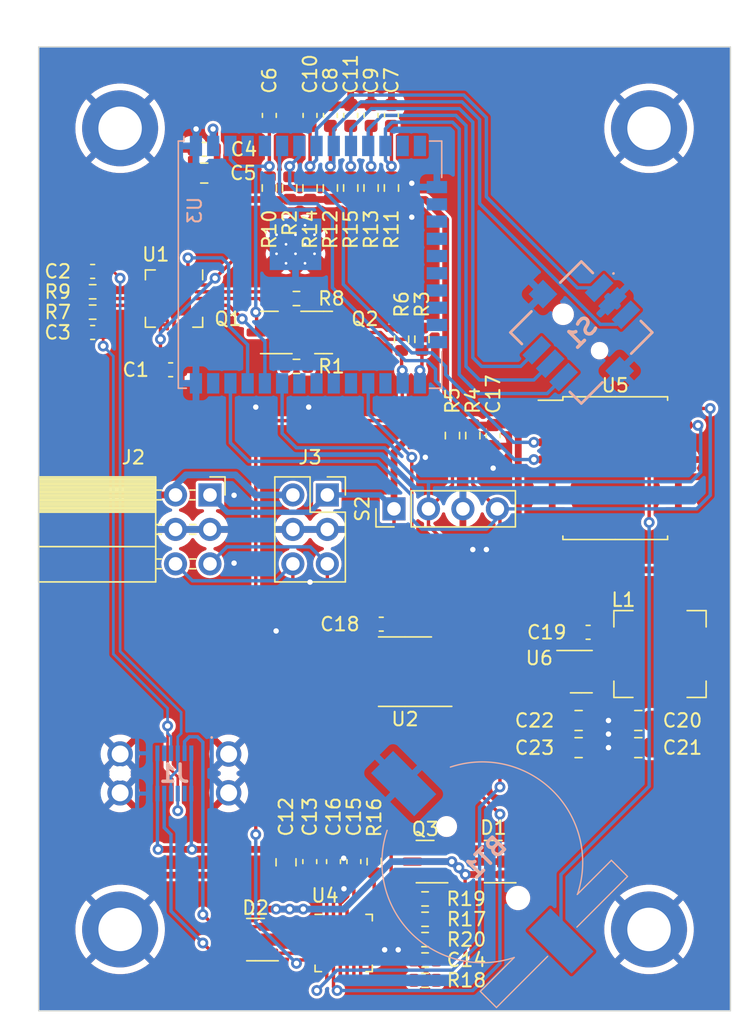
<source format=kicad_pcb>
(kicad_pcb (version 20221018) (generator pcbnew)
  (layers (0 "F.Cu" signal) (31 "B.Cu" signal) (34 "B.Paste" user) (35 "F.Paste" user) (36 "B.SilkS" user "B.Silkscreen") (37 "F.SilkS" user "F.Silkscreen") (38 "B.Mask" user) (39 "F.Mask" user) (44 "Edge.Cuts" user))
  (net 0 "")
  (net 1 "/RTC_VBAT")
  (net 2 "GND")
  (net 3 "+3V3")
  (net 4 "/D+")
  (net 5 "/D-")
  (net 6 "/EN")
  (net 7 "/SW_DN")
  (net 8 "/SW_BACK")
  (net 9 "/SW_CENTER")
  (net 10 "/SW_UP")
  (net 11 "/SW_ENTER")
  (net 12 "VBUS")
  (net 13 "Vdrive")
  (net 14 "Net-(C14-Pad2)")
  (net 15 "Net-(U4-VREG_1V2)")
  (net 16 "Net-(U4-VREG_2V7)")
  (net 17 "Net-(U6-BST)")
  (net 18 "Net-(U6-SW)")
  (net 19 "/CC1")
  (net 20 "/CC2")
  (net 23 "/RS485_A")
  (net 24 "/RS485_B")
  (net 25 "Net-(Q1-B)")
  (net 26 "/RTS")
  (net 27 "Net-(Q2-B)")
  (net 28 "/DTR")
  (net 29 "/IO0")
  (net 30 "Net-(Q3-G)")
  (net 31 "/RTC_INT")
  (net 32 "/SCL")
  (net 33 "/SDA")
  (net 34 "/STUSB_RESET")
  (net 35 "Net-(U1-USBDM)")
  (net 36 "Net-(U1-USBDP)")
  (net 37 "/VBUS_DISCH")
  (net 38 "/VDRIVE_DISCH")
  (net 39 "Net-(U4-VBUS_EN_SNK)")
  (net 40 "/FT_RX")
  (net 49 "/FT_TX")
  (net 51 "/DISPLAY_RX")
  (net 54 "/RTC_RESET")
  (footprint "Resistor_SMD:R_0603_1608Metric" (layer "F.Cu") (at 119 47.5)
    (fp_text reference "R8")
    (fp_text value "10k")
  )
  (footprint "Resistor_SMD:R_0603_1608Metric" (layer "F.Cu") (at 128.48125 93.25 180)
    (fp_text reference "R17")
    (fp_text value "100k")
  )
  (footprint "Capacitor_SMD:C_0603_1608Metric" (layer "F.Cu") (at 103.975 45.5 180)
    (fp_text reference "C2")
    (fp_text value "47p")
  )
  (footprint "Connector_PinHeader_2.54mm:PinHeader_1x04_P2.54mm_Vertical" (layer "F.Cu") (at 126.19 63 90)
    (fp_text reference "S2")
    (fp_text value "AHT20")
  )
  (footprint "Resistor_SMD:R_0603_1608Metric" (layer "F.Cu") (at 126 39.35 90)
    (fp_text reference "R11")
    (fp_text value "10k")
  )
  (footprint "MountingHole:MountingHole_3.2mm_M3_DIN965_Pad" (layer "F.Cu") (at 106 94)
    (fp_text reference "H3" hide)
    (fp_text value "MountingHole_Pad" hide)
  )
  (footprint "Resistor_SMD:R_0603_1608Metric" (layer "F.Cu") (at 118.5 39.35 90)
    (fp_text reference "R2")
    (fp_text value "10k")
  )
  (footprint "Capacitor_SMD:C_0603_1608Metric" (layer "F.Cu") (at 112.2 36.5 180)
    (fp_text reference "C4")
    (fp_text value "100n")
  )
  (footprint "Connector_PinSocket_2.54mm:PinSocket_2x03_P2.54mm_Horizontal" (layer "F.Cu") (at 112.625 61.975)
    (fp_text reference "J2")
    (fp_text value "BHR-06")
  )
  (footprint "Package_TO_SOT_SMD:SOT-23" (layer "F.Cu") (at 117 50 180)
    (fp_text reference "Q1")
    (fp_text value "BC817")
  )
  (footprint "Resistor_SMD:R_0603_1608Metric" (layer "F.Cu") (at 126.75 50.5 90)
    (fp_text reference "R6")
    (fp_text value "10k")
  )
  (footprint "Capacitor_SMD:C_0805_2012Metric" (layer "F.Cu") (at 118.23125 89.05 -90)
    (fp_text reference "C12")
    (fp_text value "4.7u")
  )
  (footprint "Capacitor_SMD:C_0603_1608Metric" (layer "F.Cu") (at 124.5 34 90)
    (fp_text reference "C9")
    (fp_text value "100n")
  )
  (footprint "Capacitor_SMD:C_0805_2012Metric" (layer "F.Cu") (at 144.2 80.6 180)
    (fp_text reference "C21")
    (fp_text value "22u")
  )
  (footprint "Resistor_SMD:R_0603_1608Metric" (layer "F.Cu") (at 130.5 57.6 -90)
    (fp_text reference "R5")
    (fp_text value "1k")
  )
  (footprint "Resistor_SMD:R_0603_1608Metric" (layer "F.Cu") (at 120 39.35 90)
    (fp_text reference "R14")
    (fp_text value "10k")
  )
  (footprint "Resistor_SMD:R_0603_1608Metric" (layer "F.Cu") (at 128.48125 94.75)
    (fp_text reference "R20")
    (fp_text value "22k")
  )
  (footprint "Capacitor_SMD:C_0805_2012Metric" (layer "F.Cu") (at 144.2 78.6 180)
    (fp_text reference "C20")
    (fp_text value "22u")
  )
  (footprint "Connector_PinSocket_2.54mm:PinSocket_2x03_P2.54mm_Vertical" (layer "F.Cu") (at 121.275 61.975)
    (fp_text reference "J3")
    (fp_text value "SFH11")
  )
  (footprint "Package_SO:SOIC-8_3.9x4.9mm_P1.27mm" (layer "F.Cu") (at 127 75 180)
    (fp_text reference "U2")
    (fp_text value "THVD1420D")
  )
  (footprint "Resistor_SMD:R_0603_1608Metric" (layer "F.Cu") (at 117 39.35 90)
    (fp_text reference "R10")
    (fp_text value "10k")
  )
  (footprint "Package_TO_SOT_SMD:SOT-23" (layer "F.Cu") (at 128.48125 89 180)
    (fp_text reference "Q3")
    (fp_text value "DMP3099")
  )
  (footprint "Resistor_SMD:R_0603_1608Metric" (layer "F.Cu") (at 121.5 39.35 90)
    (fp_text reference "R12")
    (fp_text value "10k")
  )
  (footprint "Resistor_SMD:R_0603_1608Metric" (layer "F.Cu") (at 124.5 39.35 90)
    (fp_text reference "R13")
    (fp_text value "10k")
  )
  (footprint "Package_DFN_QFN:QFN-20-1EP_4x4mm_P0.5mm_EP2.5x2.5mm" (layer "F.Cu") (at 109.975 47.5 -90)
    (fp_text reference "U1")
    (fp_text value "FT231XQ")
  )
  (footprint "MountingHole:MountingHole_3.2mm_M3_DIN965_Pad" (layer "F.Cu") (at 144.99 34.95)
    (fp_text reference "H2" hide)
    (fp_text value "MountingHole_Pad" hide)
  )
  (footprint "Capacitor_SMD:C_0603_1608Metric" (layer "F.Cu") (at 123 34 90)
    (fp_text reference "C11")
    (fp_text value "100n")
  )
  (footprint "Capacitor_SMD:C_0603_1608Metric" (layer "F.Cu") (at 121.73125 89 90)
    (fp_text reference "C16")
    (fp_text value "1u")
  )
  (footprint "Resistor_SMD:R_0603_1608Metric" (layer "F.Cu") (at 128.48125 96.25)
    (fp_text reference "C14")
    (fp_text value "100n")
  )
  (footprint "Package_SO:SOIC-16W_7.5x10.3mm_P1.27mm" (layer "F.Cu") (at 142.5 60)
    (fp_text reference "U5")
    (fp_text value "DS3231M")
  )
  (footprint "Package_TO_SOT_SMD:SOT-23" (layer "F.Cu") (at 121 50)
    (fp_text reference "Q2")
    (fp_text value "BC817")
  )
  (footprint "Package_TO_SOT_SMD:TSOT-23-6" (layer "F.Cu") (at 140 75)
    (fp_text reference "U6")
    (fp_text value "AP63203WU")
  )
  (footprint "Resistor_SMD:R_0603_1608Metric" (layer "F.Cu") (at 119 52.5 180)
    (fp_text reference "R1")
    (fp_text value "10k")
  )
  (footprint "Capacitor_SMD:C_0603_1608Metric" (layer "F.Cu") (at 117 34 90)
    (fp_text reference "C6")
    (fp_text value "1u")
  )
  (footprint "Capacitor_SMD:C_0603_1608Metric" (layer "F.Cu") (at 140.5 72.1)
    (fp_text reference "C19")
    (fp_text value "100n")
  )
  (footprint "Capacitor_SMD:C_0805_2012Metric" (layer "F.Cu") (at 139.8 78.6)
    (fp_text reference "C22")
    (fp_text value "4.7u")
  )
  (footprint "Package_TO_SOT_SMD:SOT-23" (layer "F.Cu") (at 133.5 89 180)
    (fp_text reference "D1")
    (fp_text value "MMBZ27")
  )
  (footprint "Capacitor_SMD:C_0805_2012Metric" (layer "F.Cu") (at 139.8 80.6)
    (fp_text reference "C23")
    (fp_text value "4.7u")
  )
  (footprint "Resistor_SMD:R_0603_1608Metric" (layer "F.Cu") (at 103.975001 48.5)
    (fp_text reference "R7")
    (fp_text value "27")
  )
  (footprint "Capacitor_SMD:C_0603_1608Metric" (layer "F.Cu") (at 125.25 71.5 180)
    (fp_text reference "C18")
    (fp_text value "100n")
  )
  (footprint "Capacitor_SMD:C_0603_1608Metric" (layer "F.Cu") (at 126 34 90)
    (fp_text reference "C7")
    (fp_text value "100n")
  )
  (footprint "Capacitor_SMD:C_0603_1608Metric" (layer "F.Cu") (at 133.5 57.6 -90)
    (fp_text reference "C17")
    (fp_text value "100n")
  )
  (footprint "Capacitor_SMD:C_0603_1608Metric" (layer "F.Cu") (at 121.5 34 90)
    (fp_text reference "C8")
    (fp_text value "100n")
  )
  (footprint "Resistor_SMD:R_0603_1608Metric" (layer "F.Cu") (at 128.48125 91.75 180)
    (fp_text reference "R19")
    (fp_text value "100")
  )
  (footprint "Package_TO_SOT_SMD:SOT-23" (layer "F.Cu") (at 115.98125 94.75 180)
    (fp_text reference "D2")
    (fp_text value "MMBZ27")
  )
  (footprint "Resistor_SMD:R_0603_1608Metric" (layer "F.Cu") (at 132 57.6 -90)
    (fp_text reference "R4")
    (fp_text value "1k")
  )
  (footprint "Inductor_SMD:L_Bourns-SRN6028" (layer "F.Cu") (at 145.8 73.7)
    (fp_text reference "L1")
    (fp_text value "3.9u")
  )
  (footprint "Package_DFN_QFN:QFN-24-1EP_4x4mm_P0.5mm_EP2.7x2.7mm" (layer "F.Cu") (at 122.48125 95)
    (fp_text reference "U4")
    (fp_text value "STUSB4500QTR")
  )
  (footprint "Resistor_SMD:R_0603_1608Metric" (layer "F.Cu") (at 128.25 50.5 -90)
    (fp_text reference "R3")
    (fp_text value "10k")
  )
  (footprint "Resistor_SMD:R_0603_1608Metric" (layer "F.Cu") (at 124.73125 89 -90)
    (fp_text reference "R16")
    (fp_text value "1k")
  )
  (footprint "Resistor_SMD:R_0603_1608Metric" (layer "F.Cu") (at 123 39.35 90)
    (fp_text reference "R15")
    (fp_text value "10k")
  )
  (footprint "Capacitor_SMD:C_0603_1608Metric" (layer "F.Cu") (at 123.23125 89 -90)
    (fp_text reference "C15")
    (fp_text value "1u")
  )
  (footprint "Capacitor_SMD:C_0603_1608Metric" (layer "F.Cu") (at 109.725 52.75)
    (fp_text reference "C1")
    (fp_text value "100n")
  )
  (footprint "Capacitor_SMD:C_0603_1608Metric" (layer "F.Cu") (at 120 34 90)
    (fp_text reference "C10")
    (fp_text value "100n")
  )
  (footprint "Resistor_SMD:R_0603_1608Metric" (layer "F.Cu") (at 103.975 46.999999)
    (fp_text reference "R9")
    (fp_text value "27")
  )
  (footprint "Capacitor_SMD:C_0603_1608Metric" (layer "F.Cu") (at 103.975 50 180)
    (fp_text reference "C3")
    (fp_text value "47p")
  )
  (footprint "Capacitor_SMD:C_0603_1608Metric" (layer "F.Cu") (at 119.98125 89 -90)
    (fp_text reference "C13")
    (fp_text value "1u")
  )
  (footprint "Resistor_SMD:R_0603_1608Metric" (layer "F.Cu") (at 128.48125 97.75 180)
    (fp_text reference "R18")
    (fp_text value "1k")
  )
  (footprint "Capacitor_SMD:C_0805_2012Metric" (layer "F.Cu") (at 112.2 38.25 180)
    (fp_text reference "C5")
    (fp_text value "22u")
  )
  (footprint "MountingHole:MountingHole_3.2mm_M3_DIN965_Pad" (layer "F.Cu") (at 144.99 94)
    (fp_text reference "H4" hide)
    (fp_text value "MountingHole_Pad" hide)
  )
  (footprint "MountingHole:MountingHole_3.2mm_M3_DIN965_Pad" (layer "F.Cu") (at 106 34.95)
    (fp_text reference "H1" hide)
    (fp_text value "MountingHole_Pad" hide)
  )
  (footprint "S8411-45:S8411-45" (layer "B.Cu") (at 132.7 89.05 -135)
    (fp_text reference "BT1")
    (fp_text value "CR2032" hide)
  )
  (footprint "TS12-74-60-BK-250-SMT-TR:TS127460BK250SMTTR" (layer "B.Cu") (at 140 50 -135)
    (fp_text reference "S1")
    (fp_text value "TS12-74-70-BK-250" hide)
  )
  (footprint "RF_Module:ESP32-WROOM-32UE" (layer "B.Cu") (at 120 45 -90)
    (fp_text reference "U3")
    (fp_text value "ESP32-WROOM-32UE")
  )
  (footprint "USB_4145:USB4145030230C" (layer "B.Cu") (at 110 82.5 180)
    (fp_text reference "J1")
    (fp_text value "USB4145-03-0230" hide)
  )
  (gr_rect locked (start 100 28.95) (end 150.99 100) (stroke (width 0.1)) (fill none) (layer "Edge.Cuts"))
  (segment (start 145 59) (end 145.905 58.095) (width 0.25) (layer "F.Cu") (net 1))
  (segment (start 145 64) (end 145 59) (width 0.25) (layer "F.Cu") (net 1))
  (segment (start 145.905 58.095) (end 147.15 58.095) (width 0.25) (layer "F.Cu") (net 1))
  (via (at 145 64) (size 0.8) (drill 0.4) (layers "F.Cu" "B.Cu") (net 1))
  (segment (start 145 83.45) (end 138.498276 89.951724) (width 0.25) (layer "B.Cu") (net 1))
  (segment (start 145 64) (end 145 83.45) (width 0.25) (layer "B.Cu") (net 1))
  (segment (start 138.498276 89.951724) (end 138.498276 94.848276) (width 0.25) (layer "B.Cu") (net 1))
  (segment (start 123.73125 96.25) (end 122.48125 95) (width 0.25) (layer "F.Cu") (net 2))
  (segment (start 122.23125 93.0375) (end 122.23125 94.75) (width 0.25) (layer "F.Cu") (net 2))
  (segment (start 122.23125 94.75) (end 122.48125 95) (width 0.25) (layer "F.Cu") (net 2))
  (segment (start 122.73125 96.9625) (end 122.73125 95.25) (width 0.25) (layer "F.Cu") (net 2))
  (segment (start 124.44375 96.25) (end 123.73125 96.25) (width 0.25) (layer "F.Cu") (net 2))
  (segment (start 122.73125 95.25) (end 122.48125 95) (width 0.25) (layer "F.Cu") (net 2))
  (segment (start 123.73125 96.9625) (end 123.73125 96.25) (width 0.25) (layer "F.Cu") (net 2))
  (via (at 127.5 39) (size 0.8) (drill 0.4) (layers "F.Cu" "B.Cu") (net 2))
  (via (at 120 68.4) (size 0.8) (drill 0.4) (layers "F.Cu" "B.Cu") (net 2))
  (via (at 142 78.6) (size 0.8) (drill 0.4) (layers "F.Cu" "B.Cu") (net 2))
  (via (at 122.5 91) (size 0.8) (drill 0.4) (layers "F.Cu" "B.Cu") (net 2))
  (via (at 114.4 67) (size 0.8) (drill 0.4) (layers "F.Cu" "B.Cu") (net 2))
  (via (at 142 80.6) (size 0.8) (drill 0.4) (layers "F.Cu" "B.Cu") (net 2))
  (via (at 142 79.6) (size 0.8) (drill 0.4) (layers "F.Cu" "B.Cu") (net 2))
  (via (at 117.5 72) (size 0.8) (drill 0.4) (layers "F.Cu" "B.Cu") (net 2))
  (via (at 126.5 95.5) (size 0.8) (drill 0.4) (layers "F.Cu" "B.Cu") (net 2))
  (via (at 116 55.5) (size 0.8) (drill 0.4) (layers "F.Cu" "B.Cu") (net 2))
  (via (at 128.5 59.2) (size 0.8) (drill 0.4) (layers "F.Cu" "B.Cu") (net 2))
  (via (at 127.5 41.5) (size 0.8) (drill 0.4) (layers "F.Cu" "B.Cu") (net 2))
  (via (at 125.5 95.5) (size 0.8) (drill 0.4) (layers "F.Cu" "B.Cu") (net 2))
  (via (at 133 66) (size 0.8) (drill 0.4) (layers "F.Cu" "B.Cu") (net 2))
  (via (at 114.4 62) (size 0.8) (drill 0.4) (layers "F.Cu" "B.Cu") (net 2))
  (via (at 111.6 35) (size 0.8) (drill 0.4) (layers "F.Cu" "B.Cu") (net 2))
  (via (at 133.5 60) (size 0.8) (drill 0.4) (layers "F.Cu" "B.Cu") (net 2))
  (via (at 122.48125 88.75) (size 0.8) (drill 0.4) (layers "F.Cu" "B.Cu") (net 2))
  (via (at 119.9 55.5) (size 0.8) (drill 0.4) (layers "F.Cu" "B.Cu") (net 2))
  (via (at 132 66) (size 0.8) (drill 0.4) (layers "F.Cu" "B.Cu") (net 2))
  (segment (start 145.15 80.6) (end 145.15 78.6) (width 0.5) (layer "F.Cu") (net 3))
  (segment (start 146.55 67.5) (end 138.75 67.5) (width 0.5) (layer "F.Cu") (net 3))
  (segment (start 137.5 67.5) (end 135.35 65.35) (width 0.5) (layer "F.Cu") (net 3))
  (segment (start 137.85 56.825) (end 130.475 56.825) (width 0.5) (layer "F.Cu") (net 3))
  (segment (start 113.15 38.25) (end 113.15 36.675) (width 0.5) (layer "F.Cu") (net 3))
  (segment (start 145.15 78.6) (end 148.15 75.6) (width 0.5) (layer "F.Cu") (net 3))
  (segment (start 112.975 35.125) (end 112.85 35) (width 0.5) (layer "F.Cu") (net 3))
  (segment (start 113 46) (end 112.5 46.5) (width 0.25) (layer "F.Cu") (net 3))
  (segment (start 126.025 71.5) (end 126.19 71.335) (width 0.25) (layer "F.Cu") (net 3))
  (segment (start 129.475 75.635) (end 129.475 75) (width 0.25) (layer "F.Cu") (net 3))
  (segment (start 108.0375 49.0125) (end 108.0375 48.5) (width 0.25) (layer "F.Cu") (net 3))
  (segment (start 129.975 49.675) (end 130 49.7) (width 0.25) (layer "F.Cu") (net 3))
  (segment (start 130 55) (end 130 49.7) (width 0.5) (layer "F.Cu") (net 3))
  (segment (start 138.75 67.5) (end 137.5 67.5) (width 0.5) (layer "F.Cu") (net 3))
  (segment (start 130 41.7) (end 128.5 40.2) (width 0.5) (layer "F.Cu") (net 3))
  (segment (start 129.325 55.675) (end 130.425 56.775) (width 0.5) (layer "F.Cu") (net 3))
  (segment (start 108.975 52.725) (end 108.95 52.75) (width 0.25) (layer "F.Cu") (net 3))
  (segment (start 148.15 69.1) (end 146.55 67.5) (width 0.5) (layer "F.Cu") (net 3))
  (segment (start 113 46) (end 115.1 43.9) (width 0.25) (layer "F.Cu") (net 3))
  (segment (start 126.025 76.379999) (end 126.025 75) (width 0.25) (layer "F.Cu") (net 3))
  (segment (start 135.35 65.35) (end 135.35 56.825) (width 0.5) (layer "F.Cu") (net 3))
  (segment (start 138.8625 74.05) (end 138.8625 67.6125) (width 0.25) (layer "F.Cu") (net 3))
  (segment (start 113.15 36.675) (end 112.975 36.5) (width 0.5) (layer "F.Cu") (net 3))
  (segment (start 126.19 58.81) (end 129.325 55.675) (width 0.5) (layer "F.Cu") (net 3))
  (segment (start 112.5 46.5) (end 111.9125 46.5) (width 0.25) (layer "F.Cu") (net 3))
  (segment (start 108.4625 49.4375) (end 108.0375 49.0125) (width 0.25) (layer "F.Cu") (net 3))
  (segment (start 128.5 40.2) (end 115.1 40.2) (width 0.5) (layer "F.Cu") (net 3))
  (segment (start 148.15 75.6) (end 148.15 73.7) (width 0.5) (layer "F.Cu") (net 3))
  (segment (start 126.025 75) (end 126.025 71.5) (width 0.25) (layer "F.Cu") (net 3))
  (segment (start 126.19 63) (end 126.19 58.81) (width 0.5) (layer "F.Cu") (net 3))
  (segment (start 129.475 75) (end 126.025 75) (width 0.25) (layer "F.Cu") (net 3))
  (segment (start 138.8625 67.6125) (end 138.75 67.5) (width 0.25) (layer "F.Cu") (net 3))
  (segment (start 109.475 49.4375) (end 108.975 49.4375) (width 0.25) (layer "F.Cu") (net 3))
  (segment (start 115.1 40.2) (end 113.15 38.25) (width 0.5) (layer "F.Cu") (net 3))
  (segment (start 148.15 73.7) (end 148.15 69.1) (width 0.5) (layer "F.Cu") (net 3))
  (segment (start 126.19 71.335) (end 126.19 63) (width 0.25) (layer "F.Cu") (net 3))
  (segment (start 129.325 55.675) (end 130 55) (width 0.5) (layer "F.Cu") (net 3))
  (segment (start 112.975 36.5) (end 112.975 35.125) (width 0.5) (layer "F.Cu") (net 3))
  (segment (start 124.525 76.905) (end 125.499998 76.905) (width 0.25) (layer "F.Cu") (net 3))
  (segment (start 130.425 56.775) (end 130.5 56.775) (width 0.5) (layer "F.Cu") (net 3))
  (segment (start 108.975 49.4375) (end 108.4625 49.4375) (width 0.25) (layer "F.Cu") (net 3))
  (segment (start 128.25 49.675) (end 129.975 49.675) (width 0.25) (layer "F.Cu") (net 3))
  (segment (start 108.975 49.4375) (end 108.975 52.725) (width 0.25) (layer "F.Cu") (net 3))
  (segment (start 125.499998 76.905) (end 126.025 76.379999) (width 0.25) (layer "F.Cu") (net 3))
  (segment (start 115.1 43.9) (end 115.1 40.2) (width 0.25) (layer "F.Cu") (net 3))
  (segment (start 129.475 75) (end 129.475 74.365) (width 0.25) (layer "F.Cu") (net 3))
  (segment (start 130 49.7) (end 130 41.7) (width 0.5) (layer "F.Cu") (net 3))
  (via (at 108.975 50.5) (size 0.8) (drill 0.4) (layers "F.Cu" "B.Cu") (net 3))
  (via (at 113 46) (size 0.8) (drill 0.4) (layers "F.Cu" "B.Cu") (net 3))
  (via (at 112.85 35) (size 0.8) (drill 0.4) (layers "F.Cu" "B.Cu") (net 3))
  (segment (start 108.975 50.5) (end 108.975 50.025) (width 0.25) (layer "B.Cu") (net 3))
  (segment (start 113.9 63.25) (end 120 63.25) (width 0.4) (layer "B.Cu") (net 3))
  (segment (start 121.275 61.975) (end 125.165 61.975) (width 0.4) (layer "B.Cu") (net 3))
  (segment (start 112.85 35) (end 112.85 36.24) (width 0.5) (layer "B.Cu") (net 3))
  (segment (start 112.625 61.975) (end 113.9 63.25) (width 0.4) (layer "B.Cu") (net 3))
  (segment (start 108.975 50.025) (end 113 46) (width 0.25) (layer "B.Cu") (net 3))
  (segment (start 125.165 61.975) (end 126.19 63) (width 0.4) (layer "B.Cu") (net 3))
  (segment (start 112.85 36.24) (end 112.86 36.25) (width 0.5) (layer "B.Cu") (net 3))
  (segment (start 120 63.25) (end 121.275 61.975) (width 0.4) (layer "B.Cu") (net 3))
  (segment (start 103.250001 46.999999) (end 104.75 45.5) (width 0.2) (layer "F.Cu") (net 4))
  (segment (start 105.5 45.5) (end 106 46) (width 0.2) (layer "F.Cu") (net 4))
  (segment (start 103.15 46.999999) (end 103.250001 46.999999) (width 0.2) (layer "F.Cu") (net 4))
  (segment (start 104.75 45.5) (end 105.5 45.5) (width 0.2) (layer "F.Cu") (net 4))
  (via (at 106 46) (size 0.8) (drill 0.4) (layers "F.Cu" "B.Cu") (net 4))
  (segment (start 106 46) (end 106 73.5) (width 0.2) (layer "B.Cu") (net 4))
  (segment (start 110.25 82.25) (end 109.75 82.75) (width 0.2) (layer "B.Cu") (net 4))
  (segment (start 110.25 81.015) (end 110.25 82.25) (width 0.2) (layer "B.Cu") (net 4))
  (segment (start 109.75 82.75) (end 109.75 83.985) (width 0.2) (layer "B.Cu") (net 4))
  (segment (start 106 73.5) (end 110.5 78) (width 0.2) (layer "B.Cu") (net 4))
  (segment (start 110.5 79.55) (end 110.25 79.8) (width 0.2) (layer "B.Cu") (net 4))
  (segment (start 110.5 79) (end 110.5 79.55) (width 0.2) (layer "B.Cu") (net 4))
  (segment (start 110.5 78) (end 110.5 79) (width 0.2) (layer "B.Cu") (net 4))
  (segment (start 110.25 79.8) (end 110.25 81.015) (width 0.2) (layer "B.Cu") (net 4))
  (segment (start 109.5 79) (end 109.5 82) (width 0.2) (layer "F.Cu") (net 5))
  (segment (start 104.75 50) (end 104.75 51) (width 0.2) (layer "F.Cu") (net 5))
  (segment (start 103.150001 48.5) (end 103.25 48.5) (width 0.2) (layer "F.Cu") (net 5))
  (segment (start 103.25 48.5) (end 104.75 50) (width 0.2) (layer "F.Cu") (net 5))
  (segment (start 109.5 82) (end 110.25 82.75) (width 0.2) (layer "F.Cu") (net 5))
  (segment (start 110.25 82.75) (end 110.25 85.25) (width 0.2) (layer "F.Cu") (net 5))
  (via (at 104.75 51) (size 0.8) (drill 0.4) (layers "F.Cu" "B.Cu") (net 5))
  (via (at 110.25 85.25) (size 0.8) (drill 0.4) (layers "F.Cu" "B.Cu") (net 5))
  (via (at 109.5 79) (size 0.8) (drill 0.4) (layers "F.Cu" "B.Cu") (net 5))
  (segment (start 109.75 79.8) (end 109.75 81.015) (width 0.2) (layer "B.Cu") (net 5))
  (segment (start 109.5 79) (end 109.5 79.55) (width 0.2) (layer "B.Cu") (net 5))
  (segment (start 105.5 73.7) (end 109.5 77.7) (width 0.2) (layer "B.Cu") (net 5))
  (segment (start 109.5 79.55) (end 109.75 79.8) (width 0.2) (layer "B.Cu") (net 5))
  (segment (start 104.75 51) (end 105.5 51.75) (width 0.2) (layer "B.Cu") (net 5))
  (segment (start 110.25 85.25) (end 110.25 83.985) (width 0.2) (layer "B.Cu") (net 5))
  (segment (start 109.5 77.7) (end 109.5 79) (width 0.2) (layer "B.Cu") (net 5))
  (segment (start 105.5 51.75) (end 105.5 73.7) (width 0.2) (layer "B.Cu") (net 5))
  (segment (start 117 38.525) (end 117 37.75) (width 0.25) (layer "F.Cu") (net 6))
  (segment (start 117 37.75) (end 117 34.775) (width 0.25) (layer "F.Cu") (net 6))
  (segment (start 116.0625 50) (end 116.0625 48.5625) (width 0.25) (layer "F.Cu") (net 6))
  (segment (start 116.0625 48.5625) (end 116 48.5) (width 0.25) (layer "F.Cu") (net 6))
  (via (at 116 48.5) (size 0.8) (drill 0.4) (layers "F.Cu" "B.Cu") (net 6))
  (via (at 117 37.75) (size 0.8) (drill 0.4) (layers "F.Cu" "B.Cu") (net 6))
  (segment (start 114.63 37.75) (end 114.13 37.25) (width 0.25) (layer "B.Cu") (net 6))
  (segment (start 114.13 37.25) (end 114.13 36.25) (width 0.25) (layer "B.Cu") (net 6))
  (segment (start 116 48.5) (end 116 37.75) (width 0.25) (layer "B.Cu") (net 6))
  (segment (start 117 37.75) (end 116 37.75) (width 0.25) (layer "B.Cu") (net 6))
  (segment (start 116 37.75) (end 114.63 37.75) (width 0.25) (layer "B.Cu") (net 6))
  (segment (start 126 37.75) (end 126 34.725) (width 0.25) (layer "F.Cu") (net 7))
  (segment (start 126 38.525) (end 126 37.75) (width 0.25) (layer "F.Cu") (net 7))
  (via (at 126 37.75) (size 0.8) (drill 0.4) (layers "F.Cu" "B.Cu") (net 7))
  (segment (start 126.05 34.5) (end 125.56 34.99) (width 0.25) (layer "B.Cu") (net 7))
  (segment (start 125.56 37.31) (end 125.56 36.25) (width 0.25) (layer "B.Cu") (net 7))
  (segment (start 131 35) (end 130.5 34.5) (width 0.25) (layer "B.Cu") (net 7))
  (segment (start 132.4 54.5) (end 131 53.1) (width 0.25) (layer "B.Cu") (net 7))
  (segment (start 138.691852 53.288047) (end 137.479899 54.5) (width 0.25) (layer "B.Cu") (net 7))
  (segment (start 137.479899 54.5) (end 132.4 54.5) (width 0.25) (layer "B.Cu") (net 7))
  (segment (start 131 53.1) (end 131 35) (width 0.25) (layer "B.Cu") (net 7))
  (segment (start 126 37.75) (end 125.56 37.31) (width 0.25) (layer "B.Cu") (net 7))
  (segment (start 130.5 34.5) (end 126.05 34.5) (width 0.25) (layer "B.Cu") (net 7))
  (segment (start 125.56 34.99) (end 125.56 36.25) (width 0.25) (layer "B.Cu") (net 7))
  (segment (start 121.5 38.525) (end 121.5 37.75) (width 0.25) (layer "F.Cu") (net 8))
  (segment (start 121.5 37.75) (end 121.5 34.725) (width 0.25) (layer "F.Cu") (net 8))
  (via (at 121.5 37.75) (size 0.8) (drill 0.4) (layers "F.Cu" "B.Cu") (net 8))
  (segment (start 121.75 37.5) (end 121.75 36.25) (width 0.25) (layer "B.Cu") (net 8))
  (segment (start 131.2 33) (end 123.75 33) (width 0.25) (layer "B.Cu") (net 8))
  (segment (start 132.5 40.5) (end 132.5 34.3) (width 0.25) (layer "B.Cu") (net 8))
  (segment (start 121.75 35) (end 121.75 36.25) (width 0.25) (layer "B.Cu") (net 8))
  (segment (start 132.5 34.3) (end 131.2 33) (width 0.25) (layer "B.Cu") (net 8))
  (segment (start 142.58094 49.398959) (end 141.398959 49.398959) (width 0.25) (layer "B.Cu") (net 8))
  (segment (start 123.75 33) (end 121.75 35) (width 0.25) (layer "B.Cu") (net 8))
  (segment (start 141.398959 49.398959) (end 132.5 40.5) (width 0.25) (layer "B.Cu") (net 8))
  (segment (start 143.288047 48.691852) (end 142.58094 49.398959) (width 0.25) (layer "B.Cu") (net 8))
  (segment (start 121.5 37.75) (end 121.75 37.5) (width 0.25) (layer "B.Cu") (net 8))
  (segment (start 124.5 37.75) (end 124.5 34.725) (width 0.25) (layer "F.Cu") (net 9))
  (segment (start 124.5 38.525) (end 124.5 37.75) (width 0.25) (layer "F.Cu") (net 9))
  (via (at 124.5 37.75) (size 0.8) (drill 0.4) (layers "F.Cu" "B.Cu") (net 9))
  (segment (start 124.29 35.01) (end 124.29 36.25) (width 0.25) (layer "B.Cu") (net 9))
  (segment (start 124.5 37.75) (end 124.5 36.46) (width 0.25) (layer "B.Cu") (net 9))
  (segment (start 131.5 52.5) (end 131.5 34.75) (width 0.25) (layer "B.Cu") (net 9))
  (segment (start 125.3 34) (end 124.29 35.01) (width 0.25) (layer "B.Cu") (net 9))
  (segment (start 136.5 53.5) (end 132.5 53.5) (width 0.25) (layer "B.Cu") (net 9))
  (segment (start 124.5 36.46) (end 124.29 36.25) (width 0.25) (layer "B.Cu") (net 9))
  (segment (start 131.5 34.75) (end 130.75 34) (width 0.25) (layer "B.Cu") (net 9))
  (segment (start 130.75 34) (end 125.3 34) (width 0.25) (layer "B.Cu") (net 9))
  (segment (start 132.5 53.5) (end 131.5 52.5) (width 0.25) (layer "B.Cu") (net 9))
  (segment (start 137.701903 52.298097) (end 136.5 53.5) (width 0.25) (layer "B.Cu") (net 9))
  (segment (start 120 37.75) (end 120 34.725) (width 0.25) (layer "F.Cu") (net 10))
  (segment (start 120 38.525) (end 120 37.75) (width 0.25) (layer "F.Cu") (net 10))
  (via (at 120 37.75) (size 0.8) (drill 0.4) (layers "F.Cu" "B.Cu") (net 10))
  (segment (start 120.48 35.02) (end 120.48 36.25) (width 0.25) (layer "B.Cu") (net 10))
  (segment (start 120 37.75) (end 120.48 37.27) (width 0.25) (layer "B.Cu") (net 10))
  (segment (start 141.308148 46.711953) (end 139.711953 46.711953) (width 0.25) (layer "B.Cu") (net 10))
  (segment (start 139.711953 46.711953) (end 133 40) (width 0.25) (layer "B.Cu") (net 10))
  (segment (start 133 34.163604) (end 131.336396 32.5) (width 0.25) (layer "B.Cu") (net 10))
  (segment (start 120.48 37.27) (end 120.48 36.25) (width 0.25) (layer "B.Cu") (net 10))
  (segment (start 133 40) (end 133 34.163604) (width 0.25) (layer "B.Cu") (net 10))
  (segment (start 131.336396 32.5) (end 123 32.5) (width 0.25) (layer "B.Cu") (net 10))
  (segment (start 123 32.5) (end 120.48 35.02) (width 0.25) (layer "B.Cu") (net 10))
  (segment (start 123 37.75) (end 123 34.725) (width 0.25) (layer "F.Cu") (net 11))
  (segment (start 123 38.525) (end 123 37.75) (width 0.25) (layer "F.Cu") (net 11))
  (via (at 123 37.75) (size 0.8) (drill 0.4) (layers "F.Cu" "B.Cu") (net 11))
  (segment (start 132.65 52.5) (end 132 51.85) (width 0.25) (layer "B.Cu") (net 11))
  (segment (start 131 33.5) (end 124.52 33.5) (width 0.25) (layer "B.Cu") (net 11))
  (segment (start 123 36.27) (end 123.02 36.25) (width 0.25) (layer "B.Cu") (net 11))
  (segment (start 124.52 33.5) (end 123.02 35) (width 0.25) (layer "B.Cu") (net 11))
  (segment (start 123 37.75) (end 123 36.27) (width 0.25) (layer "B.Cu") (net 11))
  (segment (start 132 34.5) (end 131 33.5) (width 0.25) (layer "B.Cu") (net 11))
  (segment (start 123.02 35) (end 123.02 36.25) (width 0.25) (layer "B.Cu") (net 11))
  (segment (start 135.520101 52.5) (end 132.65 52.5) (width 0.25) (layer "B.Cu") (net 11))
  (segment (start 132 51.85) (end 132 34.5) (width 0.25) (layer "B.Cu") (net 11))
  (segment (start 136.711953 51.308148) (end 135.520101 52.5) (width 0.25) (layer "B.Cu") (net 11))
  (segment (start 129.41875 88.05) (end 134.41875 88.05) (width 0.5) (layer "F.Cu") (net 12))
  (segment (start 120.83125 87.25) (end 124.68125 87.25) (width 0.5) (layer "F.Cu") (net 12))
  (segment (start 124.73125 87.3) (end 124.68125 87.25) (width 0.25) (layer "F.Cu") (net 12))
  (segment (start 138.85 78.6) (end 138.85 75.9625) (width 0.5) (layer "F.Cu") (net 12))
  (segment (start 124.73125 88.175) (end 124.73125 87.3) (width 0.25) (layer "F.Cu") (net 12))
  (segment (start 119.98125 88.1) (end 118.23125 88.1) (width 0.5) (layer "F.Cu") (net 12))
  (segment (start 120.83125 89.075) (end 119.98125 88.225) (width 0.25) (layer "F.Cu") (net 12))
  (segment (start 125.98125 87.25) (end 128.63125 87.25) (width 0.5) (layer "F.Cu") (net 12))
  (segment (start 120.83125 90.85) (end 120.83125 89.075) (width 0.25) (layer "F.Cu") (net 12))
  (segment (start 124.68125 87.25) (end 125.98125 87.25) (width 0.5) (layer "F.Cu") (net 12))
  (segment (start 125.98125 92.7) (end 125.98125 87.25) (width 0.25) (layer "F.Cu") (net 12))
  (segment (start 138.85 87.05) (end 138.85 80.6) (width 0.5) (layer "F.Cu") (net 12))
  (segment (start 138.85 80.6) (end 138.85 78.6) (width 0.5) (layer "F.Cu") (net 12))
  (segment (start 138.85 75.9625) (end 138.8625 75.95) (width 0.5) (layer "F.Cu") (net 12))
  (segment (start 134.4375 88.05) (end 137.85 88.05) (width 0.5) (layer "F.Cu") (net 12))
  (segment (start 138.8625 75.95) (end 138.8625 75) (width 0.25) (layer "F.Cu") (net 12))
  (segment (start 127.65625 93.25) (end 126.53125 93.25) (width 0.25) (layer "F.Cu") (net 12))
  (segment (start 121.23125 93.0375) (end 121.23125 91.25) (width 0.25) (layer "F.Cu") (net 12))
  (segment (start 128.63125 87.25) (end 129.41875 88.0375) (width 0.5) (layer "F.Cu") (net 12))
  (segment (start 129.41875 88.0375) (end 129.41875 88.05) (width 0.25) (layer "F.Cu") (net 12))
  (segment (start 111.3 88.1) (end 108.8 88.1) (width 0.5) (layer "F.Cu") (net 12))
  (segment (start 137.85 88.05) (end 138.85 87.05) (width 0.5) (layer "F.Cu") (net 12))
  (segment (start 121.23125 91.25) (end 120.83125 90.85) (width 0.25) (layer "F.Cu") (net 12))
  (segment (start 118.23125 88.1) (end 111.3 88.1) (width 0.5) (layer "F.Cu") (net 12))
  (segment (start 120.83125 87.25) (end 119.98125 88.1) (width 0.5) (layer "F.Cu") (net 12))
  (segment (start 126.53125 93.25) (end 125.98125 92.7) (width 0.25) (layer "F.Cu") (net 12))
  (via (at 108.8 88.1) (size 0.8) (drill 0.4) (layers "F.Cu" "B.Cu") (net 12))
  (via (at 111.3 88.1) (size 0.8) (drill 0.4) (layers "F.Cu" "B.Cu") (net 12))
  (segment (start 111.25 83.985) (end 111.25 88.05) (width 0.25) (layer "B.Cu") (net 12))
  (segment (start 108.75 81.015) (end 108.75 83.985) (width 0.25) (layer "B.Cu") (net 12))
  (segment (start 111.25 81.015) (end 111.25 83.985) (width 0.25) (layer "B.Cu") (net 12))
  (segment (start 108.75 88.05) (end 108.8 88.1) (width 0.25) (layer "B.Cu") (net 12))
  (segment (start 111.25 88.05) (end 111.3 88.1) (width 0.25) (layer "B.Cu") (net 12))
  (segment (start 108.75 83.985) (end 108.75 88.05) (width 0.25) (layer "B.Cu") (net 12))
  (segment (start 127.54375 89) (end 130.45 89) (width 0.5) (layer "F.Cu") (net 13))
  (segment (start 130.93125 89.45) (end 130.975 89.45) (width 0.5) (layer "F.Cu") (net 13))
  (segment (start 131.43125 97.25) (end 131.43125 89.95) (width 0.25) (layer "F.Cu") (net 13))
  (segment (start 104.925 61.975) (end 110.085 61.975) (width 0.5) (layer "F.Cu") (net 13))
  (segment (start 104 89) (end 104 62.9) (width 0.5) (layer "F.Cu") (net 13))
  (segment (start 115.5 92.5) (end 113 90) (width 0.5) (layer "F.Cu") (net 13))
  (segment (start 129.15625 97.75) (end 127.65625 96.25) (width 0.25) (layer "F.Cu") (net 13))
  (segment (start 113 90) (end 105 90) (width 0.5) (layer "F.Cu") (net 13))
  (segment (start 104 62.9) (end 104.925 61.975) (width 0.5) (layer "F.Cu") (net 13))
  (segment (start 129.30625 97.75) (end 130.93125 97.75) (width 0.25) (layer "F.Cu") (net 13))
  (segment (start 131.43125 89.95) (end 131.45 89.95) (width 0.5) (layer "F.Cu") (net 13))
  (segment (start 129.30625 97.75) (end 129.15625 97.75) (width 0.25) (layer "F.Cu") (net 13))
  (segment (start 105 90) (end 104 89) (width 0.5) (layer "F.Cu") (net 13))
  (segment (start 130.48125 89) (end 130.93125 89.45) (width 0.5) (layer "F.Cu") (net 13))
  (segment (start 130.975 89.49375) (end 131.43125 89.95) (width 0.5) (layer "F.Cu") (net 13))
  (segment (start 130.93125 97.75) (end 131.43125 97.25) (width 0.25) (layer "F.Cu") (net 13))
  (segment (start 117.5 92.5) (end 115.5 92.5) (width 0.5) (layer "F.Cu") (net 13))
  (segment (start 130.45 89) (end 130.48125 89) (width 0.5) (layer "F.Cu") (net 13))
  (segment (start 117.5 92.5) (end 119.5 92.5) (width 0.5) (layer "F.Cu") (net 13))
  (segment (start 130.975 89.45) (end 130.975 89.49375) (width 0.5) (layer "F.Cu") (net 13))
  (segment (start 131.45 89.95) (end 134.41875 89.95) (width 0.5) (layer "F.Cu") (net 13))
  (via (at 130.975 89.45) (size 0.8) (drill 0.4) (layers "F.Cu" "B.Cu") (net 13))
  (via (at 131.45 89.95) (size 0.8) (drill 0.4) (layers "F.Cu" "B.Cu") (net 13))
  (via (at 117.5 92.5) (size 0.8) (drill 0.4) (layers "F.Cu" "B.Cu") (net 13))
  (via (at 118.5 92.5) (size 0.8) (drill 0.4) (layers "F.Cu" "B.Cu") (net 13))
  (via (at 119.5 92.5) (size 0.8) (drill 0.4) (layers "F.Cu" "B.Cu") (net 13))
  (via (at 130.45 89) (size 0.8) (drill 0.4) (layers "F.Cu" "B.Cu") (net 13))
  (segment (start 131.4 89.95) (end 131.45 89.95) (width 0.5) (layer "B.Cu") (net 13))
  (segment (start 115.975 61.975) (end 114.5 60.5) (width 0.5) (layer "B.Cu") (net 13))
  (segment (start 114.5 60.5) (end 110.85 60.5) (width 0.5) (layer "B.Cu") (net 13))
  (segment (start 118.735 61.975) (end 115.975 61.975) (width 0.5) (layer "B.Cu") (net 13))
  (segment (start 126 89) (end 130.45 89) (width 0.5) (layer "B.Cu") (net 13))
  (segment (start 118.5 92.5) (end 117.5 92.5) (width 0.5) (layer "B.Cu") (net 13))
  (segment (start 110.85 60.5) (end 110.085 61.265) (width 0.5) (layer "B.Cu") (net 13))
  (segment (start 122.5 92.5) (end 126 89) (width 0.5) (layer "B.Cu") (net 13))
  (segment (start 110.085 61.265) (end 110.085 61.975) (width 0.5) (layer "B.Cu") (net 13))
  (segment (start 130.45 89) (end 131.4 89.95) (width 0.5) (layer "B.Cu") (net 13))
  (segment (start 119.5 92.5) (end 122.5 92.5) (width 0.5) (layer "B.Cu") (net 13))
  (segment (start 119.5 92.5) (end 118.5 92.5) (width 0.5) (layer "B.Cu") (net 13))
  (segment (start 129.73125 96.25) (end 129.30625 96.25) (width 0.25) (layer "F.Cu") (net 14))
  (segment (start 130.23125 92.25) (end 130.23125 95.75) (width 0.25) (layer "F.Cu") (net 14))
  (segment (start 130.23125 95.75) (end 129.73125 96.25) (width 0.25) (layer "F.Cu") (net 14))
  (segment (start 129.30625 91.75) (end 129.73125 91.75) (width 0.25) (layer "F.Cu") (net 14))
  (segment (start 129.73125 91.75) (end 130.23125 92.25) (width 0.25) (layer "F.Cu") (net 14))
  (segment (start 123.23125 91.75) (end 122.73125 92.25) (width 0.25) (layer "F.Cu") (net 15))
  (segment (start 123.23125 89.775) (end 123.23125 91.75) (width 0.25) (layer "F.Cu") (net 15))
  (segment (start 122.73125 92.25) (end 122.73125 93.0375) (width 0.25) (layer "F.Cu") (net 15))
  (segment (start 121.73125 89.775) (end 121.73125 93.0375) (width 0.25) (layer "F.Cu") (net 16))
  (segment (start 139.725 72.6375) (end 141.1375 74.05) (width 0.25) (layer "F.Cu") (net 17))
  (segment (start 139.725 72.1) (end 139.725 72.6375) (width 0.25) (layer "F.Cu") (net 17))
  (segment (start 142.15 75) (end 143.45 73.7) (width 0.5) (layer "F.Cu") (net 18))
  (segment (start 141.275 72.1) (end 141.85 72.1) (width 0.25) (layer "F.Cu") (net 18))
  (segment (start 141.85 72.1) (end 143.45 73.7) (width 0.25) (layer "F.Cu") (net 18))
  (segment (start 141.1375 75) (end 142.15 75) (width 0.5) (layer "F.Cu") (net 18))
  (segment (start 120.51875 94.25) (end 120.51875 93.75) (width 0.25) (layer "F.Cu") (net 19))
  (segment (start 112.1 92.9) (end 113 93.8) (width 0.25) (layer "F.Cu") (net 19))
  (segment (start 120.51875 93.75) (end 116.96875 93.75) (width 0.25) (layer "F.Cu") (net 19))
  (segment (start 116.96875 93.75) (end 116.91875 93.8) (width 0.25) (layer "F.Cu") (net 19))
  (segment (start 113 93.8) (end 116.91875 93.8) (width 0.25) (layer "F.Cu") (net 19))
  (via (at 112.1 92.9) (size 0.8) (drill 0.4) (layers "F.Cu" "B.Cu") (net 19))
  (segment (start 112.1 80.2) (end 111.7 79.8) (width 0.25) (layer "B.Cu") (net 19))
  (segment (start 112.1 92.9) (end 112.1 80.2) (width 0.25) (layer "B.Cu") (net 19))
  (segment (start 110.75 80.15) (end 110.75 81.015) (width 0.25) (layer "B.Cu") (net 19))
  (segment (start 111.1 79.8) (end 110.75 80.15) (width 0.25) (layer "B.Cu") (net 19))
  (segment (start 111.7 79.8) (end 111.1 79.8) (width 0.25) (layer "B.Cu") (net 19))
  (segment (start 112.1 95) (end 112.8 95.7) (width 0.25) (layer "F.Cu") (net 20))
  (segment (start 112.8 95.7) (end 116.91875 95.7) (width 0.25) (layer "F.Cu") (net 20))
  (segment (start 120.51875 95.75) (end 116.96875 95.75) (width 0.25) (layer "F.Cu") (net 20))
  (segment (start 116.96875 95.75) (end 116.91875 95.7) (width 0.25) (layer "F.Cu") (net 20))
  (segment (start 120.51875 95.25) (end 120.51875 95.75) (width 0.25) (layer "F.Cu") (net 20))
  (via (at 112.1 95) (size 0.8) (drill 0.4) (layers "F.Cu" "B.Cu") (net 20))
  (segment (start 109.75 87) (end 109.25 86.5) (width 0.25) (layer "B.Cu") (net 20))
  (segment (start 109.75 92.65) (end 109.75 87) (width 0.25) (layer "B.Cu") (net 20))
  (segment (start 112.1 95) (end 109.75 92.65) (width 0.25) (layer "B.Cu") (net 20))
  (segment (start 109.25 86.5) (end 109.25 83.985) (width 0.25) (layer "B.Cu") (net 20))
  (segment (start 121.275 73.425) (end 121.275 67.055) (width 0.25) (layer "F.Cu") (net 23))
  (segment (start 122.215 74.365) (end 121.275 73.425) (width 0.25) (layer "F.Cu") (net 23))
  (segment (start 124.525 74.365) (end 122.215 74.365) (width 0.25) (layer "F.Cu") (net 23))
  (segment (start 120.02 65.8) (end 113.88 65.8) (width 0.25) (layer "B.Cu") (net 23))
  (segment (start 121.275 67.055) (end 120.02 65.8) (width 0.25) (layer "B.Cu") (net 23))
  (segment (start 113.88 65.8) (end 112.625 67.055) (width 0.25) (layer "B.Cu") (net 23))
  (segment (start 118.735 67.055) (end 118.735 74.335) (width 0.25) (layer "F.Cu") (net 24))
  (segment (start 120.035 75.635) (end 124.525 75.635) (width 0.25) (layer "F.Cu") (net 24))
  (segment (start 118.735 74.335) (end 120.035 75.635) (width 0.25) (layer "F.Cu") (net 24))
  (segment (start 118.735 67.055) (end 117.49 68.3) (width 0.25) (layer "B.Cu") (net 24))
  (segment (start 111.33 68.3) (end 110.085 67.055) (width 0.25) (layer "B.Cu") (net 24))
  (segment (start 117.49 68.3) (end 111.33 68.3) (width 0.25) (layer "B.Cu") (net 24))
  (segment (start 117.9375 52.2625) (end 118.175 52.5) (width 0.25) (layer "F.Cu") (net 25))
  (segment (start 117.9375 50.95) (end 117.9375 52.2625) (width 0.25) (layer "F.Cu") (net 25))
  (segment (start 117.9375 49.05) (end 117.9375 47.7375) (width 0.25) (layer "F.Cu") (net 26))
  (segment (start 117.675 47) (end 118.175 47.5) (width 0.25) (layer "F.Cu") (net 26))
  (segment (start 111.9125 47) (end 117.675 47) (width 0.25) (layer "F.Cu") (net 26))
  (segment (start 117.9375 47.7375) (end 118.175 47.5) (width 0.25) (layer "F.Cu") (net 26))
  (segment (start 120.0625 47.7375) (end 119.825 47.5) (width 0.25) (layer "F.Cu") (net 27))
  (segment (start 120.0625 49.05) (end 120.0625 47.7375) (width 0.25) (layer "F.Cu") (net 27))
  (segment (start 117.481162 50) (end 117.5 50) (width 0.24) (layer "F.Cu") (net 28))
  (segment (start 120.0625 50.5625) (end 120.0625 50.95) (width 0.25) (layer "F.Cu") (net 28))
  (segment (start 119.5 50) (end 120.0625 50.5625) (width 0.25) (layer "F.Cu") (net 28))
  (segment (start 116.8 48.05) (end 116.8 49.318838) (width 0.24) (layer "F.Cu") (net 28))
  (segment (start 117.5 50) (end 119.5 50) (width 0.25) (layer "F.Cu") (net 28))
  (segment (start 115 47.5) (end 116.25 47.5) (width 0.24) (layer "F.Cu") (net 28))
  (segment (start 116.25 47.5) (end 116.8 48.05) (width 0.24) (layer "F.Cu") (net 28))
  (segment (start 116.8 49.318838) (end 117.481162 50) (width 0.24) (layer "F.Cu") (net 28))
  (segment (start 120.0625 52.2625) (end 119.825 52.5) (width 0.25) (layer "F.Cu") (net 28))
  (segment (start 120.0625 50.95) (end 120.0625 52.2625) (width 0.25) (layer "F.Cu") (net 28))
  (segment (start 111.9125 47.5) (end 115 47.5) (width 0.25) (layer "F.Cu") (net 28))
  (segment (start 128.25 52.65) (end 128.25 51.325) (width 0.25) (layer "F.Cu") (net 29))
  (segment (start 128.225 51.325) (end 127.4 50.5) (width 0.25) (layer "F.Cu") (net 29))
  (segment (start 128.1 52.8) (end 128.25 52.65) (width 0.25) (layer "F.Cu") (net 29))
  (segment (start 125.2 50) (end 121.9375 50) (width 0.25) (layer "F.Cu") (net 29))
  (segment (start 125.7 50.5) (end 125.2 50) (width 0.25) (layer "F.Cu") (net 29))
  (segment (start 128.25 51.325) (end 128.225 51.325) (width 0.25) (layer "F.Cu") (net 29))
  (segment (start 127.4 50.5) (end 125.7 50.5) (width 0.25) (layer "F.Cu") (net 29))
  (via (at 128.1 52.8) (size 0.8) (drill 0.4) (layers "F.Cu" "B.Cu") (net 29))
  (segment (start 128.1 52.8) (end 128.1 53.75) (width 0.25) (layer "B.Cu") (net 29))
  (segment (start 128.18125 89.95) (end 129.41875 89.95) (width 0.25) (layer "F.Cu") (net 30))
  (segment (start 127.65625 90.475) (end 128.18125 89.95) (width 0.25) (layer "F.Cu") (net 30))
  (segment (start 127.65625 91.75) (end 127.65625 90.475) (width 0.25) (layer "F.Cu") (net 30))
  (segment (start 129.30625 94.75) (end 129.30625 93.25) (width 0.25) (layer "F.Cu") (net 30))
  (segment (start 129.30625 93.25) (end 129.15625 93.25) (width 0.25) (layer "F.Cu") (net 30))
  (segment (start 129.15625 93.25) (end 127.65625 91.75) (width 0.25) (layer "F.Cu") (net 30))
  (segment (start 136.5 58.095) (end 137.85 58.095) (width 0.25) (layer "F.Cu") (net 31))
  (segment (start 118.5 37.75) (end 118.5 38.525) (width 0.25) (layer "F.Cu") (net 31))
  (via (at 118.5 37.75) (size 0.8) (drill 0.4) (layers "F.Cu" "B.Cu") (net 31))
  (via (at 136.5 58.095) (size 0.8) (drill 0.4) (layers "F.Cu" "B.Cu") (net 31))
  (segment (start 129 51.5) (end 127.5 51.5) (width 0.25) (layer "B.Cu") (net 31))
  (segment (start 136.5 58.095) (end 134.995 58.095) (width 0.25) (layer "B.Cu") (net 31))
  (segment (start 122.45 46.45) (end 122.45 41) (width 0.25) (layer "B.Cu") (net 31))
  (segment (start 118.5 37.75) (end 119.21 37.04) (width 0.25) (layer "B.Cu") (net 31))
  (segment (start 119.21 37.04) (end 119.21 36.25) (width 0.25) (layer "B.Cu") (net 31))
  (segment (start 122.45 41) (end 120.95 39.5) (width 0.25) (layer "B.Cu") (net 31))
  (segment (start 127.5 51.5) (end 122.45 46.45) (width 0.25) (layer "B.Cu") (net 31))
  (segment (start 134.995 58.095) (end 130 53.1) (width 0.25) (layer "B.Cu") (net 31))
  (segment (start 118.9 39.5) (end 118.5 39.1) (width 0.25) (layer "B.Cu") (net 31))
  (segment (start 130 53.1) (end 130 52.5) (width 0.25) (layer "B.Cu") (net 31))
  (segment (start 130 52.5) (end 129 51.5) (width 0.25) (layer "B.Cu") (net 31))
  (segment (start 118.5 39.1) (end 118.5 37.75) (width 0.25) (layer "B.Cu") (net 31))
  (segment (start 120.95 39.5) (end 118.9 39.5) (width 0.25) (layer "B.Cu") (net 31))
  (segment (start 121.23125 96.9625) (end 121.23125 97.76875) (width 0.25) (layer "F.Cu") (net 32))
  (segment (start 121.23125 97.76875) (end 120.5 98.5) (width 0.25) (layer "F.Cu") (net 32))
  (segment (start 134 83.5) (end 134 63.19) (width 0.25) (layer "F.Cu") (net 32))
  (segment (start 147.195 55.6) (end 147.15 55.555) (width 0.25) (layer "F.Cu") (net 32))
  (segment (start 134 63.19) (end 133.81 63) (width 0.25) (layer "F.Cu") (net 32))
  (segment (start 149.5 55.6) (end 147.195 55.6) (width 0.25) (layer "F.Cu") (net 32))
  (segment (start 132 61.19) (end 133.81 63) (width 0.25) (layer "F.Cu") (net 32))
  (segment (start 132 58.425) (end 132 61.19) (width 0.25) (layer "F.Cu") (net 32))
  (via (at 134 83.5) (size 0.8) (drill 0.4) (layers "F.Cu" "B.Cu") (net 32))
  (via (at 120.5 98.5) (size 0.8) (drill 0.4) (layers "F.Cu" "B.Cu") (net 32))
  (via (at 149.5 55.6) (size 0.8) (drill 0.4) (layers "F.Cu" "B.Cu") (net 32))
  (segment (start 127.5 63.75) (end 127.5 62) (width 0.25) (layer "B.Cu") (net 32))
  (segment (start 130.5 97) (end 122 97) (width 0.25) (layer "B.Cu") (net 32))
  (segment (start 133.81 63) (end 148.5 63) (width 0.25) (layer "B.Cu") (net 32))
  (segment (start 133 64.5) (end 128.25 64.5) (width 0.25) (layer "B.Cu") (net 32))
  (segment (start 148.5 63) (end 149.5 62) (width 0.25) (layer "B.Cu") (net 32))
  (segment (start 122 97) (end 120.5 98.5) (width 0.25) (layer "B.Cu") (net 32))
  (segment (start 132.5 85) (end 132.5 95) (width 0.25) (layer "B.Cu") (net 32))
  (segment (start 133.81 63) (end 133.81 63.69) (width 0.25) (layer "B.Cu") (net 32))
  (segment (start 115.5 59.5) (end 114.13 58.13) (width 0.25) (layer "B.Cu") (net 32))
  (segment (start 149.5 62) (end 149.5 55.6) (width 0.25) (layer "B.Cu") (net 32))
  (segment (start 128.25 64.5) (end 127.5 63.75) (width 0.25) (layer "B.Cu") (net 32))
  (segment (start 132.5 95) (end 130.5 97) (width 0.25) (layer "B.Cu") (net 32))
  (segment (start 134 83.5) (end 132.5 85) (width 0.25) (layer "B.Cu") (net 32))
  (segment (start 114.13 58.13) (end 114.13 53.75) (width 0.25) (layer "B.Cu") (net 32))
  (segment (start 127.5 62) (end 125 59.5) (width 0.25) (layer "B.Cu") (net 32))
  (segment (start 133.81 63.69) (end 133 64.5) (width 0.25) (layer "B.Cu") (net 32))
  (segment (start 125 59.5) (end 115.5 59.5) (width 0.25) (layer "B.Cu") (net 32))
  (segment (start 132.5 84) (end 132.5 68) (width 0.25) (layer "F.Cu") (net 33))
  (segment (start 134 85.5) (end 132.5 84) (width 0.25) (layer "F.Cu") (net 33))
  (segment (start 148.6 56.85) (end 147.175 56.85) (width 0.25) (layer "F.Cu") (net 33))
  (segment (start 132.5 68) (end 128.73 64.23) (width 0.25) (layer "F.Cu") (net 33))
  (segment (start 121.73125 98.23125) (end 121.73125 96.9625) (width 0.25) (layer "F.Cu") (net 33))
  (segment (start 130.5 61.23) (end 130.5 58.425) (width 0.25) (layer "F.Cu") (net 33))
  (segment (start 122 98.5) (end 121.73125 98.23125) (width 0.25) (layer "F.Cu") (net 33))
  (segment (start 128.73 63) (end 130.5 61.23) (width 0.25) (layer "F.Cu") (net 33))
  (segment (start 147.175 56.85) (end 147.15 56.825) (width 0.25) (layer "F.Cu") (net 33))
  (segment (start 128.73 64.23) (end 128.73 63) (width 0.25) (layer "F.Cu") (net 33))
  (via (at 134 85.5) (size 0.8) (drill 0.4) (layers "F.Cu" "B.Cu") (net 33))
  (via (at 148.6 56.85) (size 0.8) (drill 0.4) (layers "F.Cu" "B.Cu") (net 33))
  (via (at 122 98.5) (size 0.8) (drill 0.4) (layers "F.Cu" "B.Cu") (net 33))
  (segment (start 128 61) (end 125.5 58.5) (width 0.25) (layer "B.Cu") (net 33))
  (segment (start 134 96.5) (end 132 98.5) (width 0.25) (layer "B.Cu") (net 33))
  (segment (start 148.1 61) (end 128.73 61) (width 0.25) (layer "B.Cu") (net 33))
  (segment (start 128.73 63) (end 128.73 61) (width 0.25) (layer "B.Cu") (net 33))
  (segment (start 119 58.5) (end 117.94 57.44) (width 0.25) (layer "B.Cu") (net 33))
  (segment (start 148.8 57.05) (end 148.8 60.3) (width 0.25) (layer "B.Cu") (net 33))
  (segment (start 148.8 60.3) (end 148.1 61) (width 0.25) (layer "B.Cu") (net 33))
  (segment (start 125.5 58.5) (end 119 58.5) (width 0.25) (layer "B.Cu") (net 33))
  (segment (start 128.73 61) (end 128 61) (width 0.25) (layer "B.Cu") (net 33))
  (segment (start 132 98.5) (end 122 98.5) (width 0.25) (layer "B.Cu") (net 33))
  (segment (start 134 85.5) (end 134 96.5) (width 0.25) (layer "B.Cu") (net 33))
  (segment (start 117.94 57.44) (end 117.94 53.75) (width 0.25) (layer "B.Cu") (net 33))
  (segment (start 148.6 56.85) (end 148.8 57.05) (width 0.25) (layer "B.Cu") (net 33))
  (segment (start 126.8 56) (end 126.8 52.8) (width 0.25) (layer "F.Cu") (net 34))
  (segment (start 116 87) (end 116 57.2) (width 0.25) (layer "F.Cu") (net 34))
  (segment (start 120.51875 96.25) (end 119.25 96.25) (width 0.25) (layer "F.Cu") (net 34))
  (segment (start 126.3 56.5) (end 126.8 56) (width 0.25) (layer "F.Cu") (net 34))
  (segment (start 119.25 96.25) (end 119 96.5) (width 0.25) (layer "F.Cu") (net 34))
  (segment (start 126.8 52.8) (end 126.75 52.75) (width 0.25) (layer "F.Cu") (net 34))
  (segment (start 126.75 52.75) (end 126.75 51.325) (width 0.25) (layer "F.Cu") (net 34))
  (segment (start 116.7 56.5) (end 126.3 56.5) (width 0.25) (layer "F.Cu") (net 34))
  (segment (start 116 57.2) (end 116.7 56.5) (width 0.25) (layer "F.Cu") (net 34))
  (via (at 119 96.5) (size 0.8) (drill 0.4) (layers "F.Cu" "B.Cu") (net 34))
  (via (at 116 87) (size 0.8) (drill 0.4) (layers "F.Cu" "B.Cu") (net 34))
  (via (at 126.8 52.8) (size 0.8) (drill 0.4) (layers "F.Cu" "B.Cu") (net 34))
  (segment (start 126.8 52.8) (end 126.8 53.72) (width 0.25) (layer "B.Cu") (net 34))
  (segment (start 126.8 53.72) (end 126.83 53.75) (width 0.25) (layer "B.Cu") (net 34))
  (segment (start 116 93.5) (end 119 96.5) (width 0.25) (layer "B.Cu") (net 34))
  (segment (start 116 87) (end 116 93.5) (width 0.25) (layer "B.Cu") (net 34))
  (segment (start 108.0375 48) (end 105.300001 48) (width 0.25) (layer "F.Cu") (net 35))
  (segment (start 105.300001 48) (end 104.800001 48.5) (width 0.25) (layer "F.Cu") (net 35))
  (segment (start 104.8 46.999999) (end 105.300001 47.5) (width 0.25) (layer "F.Cu") (net 36))
  (segment (start 105.300001 47.5) (end 108.0375 47.5) (width 0.25) (layer "F.Cu") (net 36))
  (segment (start 124.73125 89.825) (end 124.73125 92.75) (width 0.25) (layer "F.Cu") (net 37))
  (segment (start 124.73125 92.75) (end 124.44375 93.0375) (width 0.25) (layer "F.Cu") (net 37))
  (segment (start 124.44375 93.0375) (end 124.44375 93.75) (width 0.25) (layer "F.Cu") (net 37))
  (segment (start 122.48125 97.75) (end 122.23125 97.5) (width 0.25) (layer "F.Cu") (net 38))
  (segment (start 122.23125 97.5) (end 122.23125 96.9625) (width 0.25) (layer "F.Cu") (net 38))
  (segment (start 127.65625 97.75) (end 122.48125 97.75) (width 0.25) (layer "F.Cu") (net 38))
  (segment (start 127.65625 94.75) (end 124.44375 94.75) (width 0.25) (layer "F.Cu") (net 39))
  (segment (start 111 45.5375) (end 110.975 45.5625) (width 0.25) (layer "F.Cu") (net 40))
  (segment (start 111 44.5) (end 111 45.5375) (width 0.25) (layer "F.Cu") (net 40))
  (via (at 111 44.5) (size 0.8) (drill 0.4) (layers "F.Cu" "B.Cu") (net 40))
  (segment (start 114 45) (end 114 49.5) (width 0.25) (layer "B.Cu") (net 40))
  (segment (start 114 49.5) (end 115.4 50.9) (width 0.25) (layer "B.Cu") (net 40))
  (segment (start 111 44.5) (end 113.5 44.5) (width 0.25) (layer "B.Cu") (net 40))
  (segment (start 115.4 50.9) (end 115.4 53.75) (width 0.25) (layer "B.Cu") (net 40))
  (segment (start 113.5 44.5) (end 114 45) (width 0.25) (layer "B.Cu") (net 40))
  (segment (start 114 48) (end 115 49) (width 0.25) (layer "F.Cu") (net 49))
  (segment (start 111.9125 48) (end 114 48) (width 0.25) (layer "F.Cu") (net 49))
  (via (at 115 49) (size 0.8) (drill 0.4) (layers "F.Cu" "B.Cu") (net 49))
  (segment (start 115 49) (end 116.67 50.67) (width 0.25) (layer "B.Cu") (net 49))
  (segment (start 116.67 50.67) (end 116.67 53.75) (width 0.25) (layer "B.Cu") (net 49))
  (segment (start 127.5 72.55) (end 128.045 73.095) (width 0.25) (layer "F.Cu") (net 51))
  (segment (start 127.5 59.2) (end 127.5 72.55) (width 0.25) (layer "F.Cu") (net 51))
  (segment (start 128.045 73.095) (end 129.475 73.095) (width 0.25) (layer "F.Cu") (net 51))
  (via (at 127.5 59.2) (size 0.8) (drill 0.4) (layers "F.Cu" "B.Cu") (net 51))
  (segment (start 127.5 59.2) (end 124.29 55.99) (width 0.25) (layer "B.Cu") (net 51))
  (segment (start 124.29 55.99) (end 124.29 53.75) (width 0.25) (layer "B.Cu") (net 51))
  (segment (start 137.85 59.365) (end 136.5 59.365) (width 0.25) (layer "F.Cu") (net 54))
  (via (at 136.5 59.365) (size 0.8) (drill 0.4) (layers "F.Cu" "B.Cu") (net 54))
  (segment (start 129.25 52.7) (end 128.625 52.075) (width 0.25) (layer "B.Cu") (net 54))
  (segment (start 127.025 52.075) (end 121.65 46.7) (width 0.25) (layer "B.Cu") (net 54))
  (segment (start 136.5 59.365) (end 135.065 59.365) (width 0.25) (layer "B.Cu") (net 54))
  (segment (start 135.065 59.365) (end 129.25 53.55) (width 0.25) (layer "B.Cu") (net 54))
  (segment (start 120.5 40.5) (end 118.5 40.5) (width 0.25) (layer "B.Cu") (net 54))
  (segment (start 129.25 53.55) (end 129.25 52.7) (width 0.25) (layer "B.Cu") (net 54))
  (segment (start 117.75 36.44) (end 117.94 36.25) (width 0.25) (layer "B.Cu") (net 54))
  (segment (start 118.5 40.5) (end 117.75 39.75) (width 0.25) (layer "B.Cu") (net 54))
  (segment (start 121.65 46.7) (end 121.65 41.65) (width 0.25) (layer "B.Cu") (net 54))
  (segment (start 117.75 39.75) (end 117.75 36.44) (width 0.25) (layer "B.Cu") (net 54))
  (segment (start 121.65 41.65) (end 120.5 40.5) (width 0.25) (layer "B.Cu") (net 54))
  (segment (start 128.625 52.075) (end 127.025 52.075) (width 0.25) (layer "B.Cu") (net 54))
  (zone (net 2) (net_name "GND") (layers "F&B.Cu") (connect_pads (clearance 0)) (min_thickness 0.25) (fill yes (thermal_gap 0.5) (thermal_bridge_width 0.5))
    (polygon (pts (xy 99 28) (xy 152 28) (xy 152 101) (xy 99 101)))
  )
)
</source>
